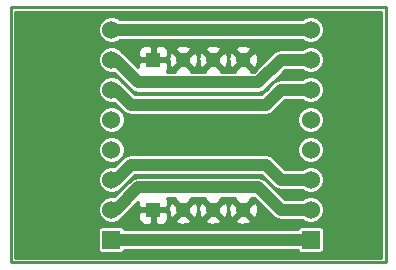
<source format=gbl>
G04 (created by PCBNEW-RS274X (20100406 SVN-R2509)-final) date Tue 04 May 2010 02:57:58 PM PDT*
G01*
G70*
G90*
%MOIN*%
G04 Gerber Fmt 3.4, Leading zero omitted, Abs format*
%FSLAX34Y34*%
G04 APERTURE LIST*
%ADD10C,0.001000*%
%ADD11C,0.009000*%
%ADD12R,0.060000X0.060000*%
%ADD13C,0.060000*%
%ADD14R,0.050000X0.050000*%
%ADD15C,0.050000*%
%ADD16C,0.040000*%
%ADD17C,0.010000*%
G04 APERTURE END LIST*
G54D10*
G54D11*
X64750Y-36750D02*
X52250Y-36750D01*
X64750Y-45250D02*
X64750Y-36750D01*
X52250Y-45250D02*
X64750Y-45250D01*
X52250Y-36750D02*
X52250Y-45250D01*
G54D12*
X62250Y-44500D03*
G54D13*
X62250Y-43500D03*
X62250Y-42500D03*
X62250Y-41500D03*
X62250Y-40500D03*
X62250Y-39500D03*
X62250Y-38500D03*
X62250Y-37500D03*
G54D12*
X55600Y-44500D03*
G54D13*
X55600Y-43500D03*
X55600Y-42500D03*
X55600Y-41500D03*
X55600Y-40500D03*
X55600Y-39500D03*
X55600Y-38500D03*
X55600Y-37500D03*
G54D14*
X57000Y-43500D03*
G54D15*
X58000Y-43500D03*
X59000Y-43500D03*
X60000Y-43500D03*
G54D14*
X57000Y-38500D03*
G54D15*
X58000Y-38500D03*
X59000Y-38500D03*
X60000Y-38500D03*
G54D16*
X55600Y-44500D02*
X62250Y-44500D01*
X55600Y-43500D02*
X55750Y-43500D01*
X61250Y-43500D02*
X62250Y-43500D01*
X60500Y-42750D02*
X61250Y-43500D01*
X56500Y-42750D02*
X60500Y-42750D01*
X55750Y-43500D02*
X56500Y-42750D01*
X55600Y-42500D02*
X55750Y-42500D01*
X61250Y-42500D02*
X62250Y-42500D01*
X60750Y-42000D02*
X61250Y-42500D01*
X56250Y-42000D02*
X60750Y-42000D01*
X55750Y-42500D02*
X56250Y-42000D01*
X55600Y-39500D02*
X55750Y-39500D01*
X61250Y-39500D02*
X62250Y-39500D01*
X60750Y-40000D02*
X61250Y-39500D01*
X56250Y-40000D02*
X60750Y-40000D01*
X55750Y-39500D02*
X56250Y-40000D01*
X55600Y-38500D02*
X55750Y-38500D01*
X61250Y-38500D02*
X62250Y-38500D01*
X60500Y-39250D02*
X61250Y-38500D01*
X56500Y-39250D02*
X60500Y-39250D01*
X55750Y-38500D02*
X56500Y-39250D01*
X55600Y-37500D02*
X62250Y-37500D01*
G54D17*
X52395Y-36895D02*
X64605Y-36895D01*
X52395Y-36975D02*
X64605Y-36975D01*
X52395Y-37055D02*
X55502Y-37055D01*
X55700Y-37055D02*
X62152Y-37055D01*
X62350Y-37055D02*
X64605Y-37055D01*
X52395Y-37135D02*
X55330Y-37135D01*
X55870Y-37135D02*
X61980Y-37135D01*
X62520Y-37135D02*
X64605Y-37135D01*
X52395Y-37215D02*
X55250Y-37215D01*
X62600Y-37215D02*
X64605Y-37215D01*
X52395Y-37295D02*
X55200Y-37295D01*
X62652Y-37295D02*
X64605Y-37295D01*
X52395Y-37375D02*
X55166Y-37375D01*
X62685Y-37375D02*
X64605Y-37375D01*
X52395Y-37455D02*
X55151Y-37455D01*
X62699Y-37455D02*
X64605Y-37455D01*
X52395Y-37535D02*
X55151Y-37535D01*
X62699Y-37535D02*
X64605Y-37535D01*
X52395Y-37615D02*
X55161Y-37615D01*
X62688Y-37615D02*
X64605Y-37615D01*
X52395Y-37695D02*
X55194Y-37695D01*
X62655Y-37695D02*
X64605Y-37695D01*
X52395Y-37775D02*
X55240Y-37775D01*
X62610Y-37775D02*
X64605Y-37775D01*
X52395Y-37855D02*
X55320Y-37855D01*
X55879Y-37855D02*
X61970Y-37855D01*
X62530Y-37855D02*
X64605Y-37855D01*
X52395Y-37935D02*
X55476Y-37935D01*
X55722Y-37935D02*
X62126Y-37935D01*
X62372Y-37935D02*
X64605Y-37935D01*
X52395Y-38015D02*
X56668Y-38015D01*
X56903Y-38015D02*
X57097Y-38015D01*
X57333Y-38015D02*
X57906Y-38015D01*
X58097Y-38015D02*
X58906Y-38015D01*
X59097Y-38015D02*
X59906Y-38015D01*
X60097Y-38015D02*
X64605Y-38015D01*
X52395Y-38095D02*
X55405Y-38095D01*
X55796Y-38095D02*
X56553Y-38095D01*
X56950Y-38095D02*
X57050Y-38095D01*
X57447Y-38095D02*
X57743Y-38095D01*
X58258Y-38095D02*
X58743Y-38095D01*
X59258Y-38095D02*
X59743Y-38095D01*
X60258Y-38095D02*
X62054Y-38095D01*
X62446Y-38095D02*
X64605Y-38095D01*
X52395Y-38175D02*
X55290Y-38175D01*
X55910Y-38175D02*
X56512Y-38175D01*
X56950Y-38175D02*
X57050Y-38175D01*
X57489Y-38175D02*
X57746Y-38175D01*
X58254Y-38175D02*
X58746Y-38175D01*
X59254Y-38175D02*
X59746Y-38175D01*
X60254Y-38175D02*
X61126Y-38175D01*
X62560Y-38175D02*
X64605Y-38175D01*
X52395Y-38255D02*
X55216Y-38255D01*
X55999Y-38255D02*
X56501Y-38255D01*
X56950Y-38255D02*
X57050Y-38255D01*
X57499Y-38255D02*
X57567Y-38255D01*
X57684Y-38255D02*
X57826Y-38255D01*
X58174Y-38255D02*
X58316Y-38255D01*
X58434Y-38255D02*
X58567Y-38255D01*
X58684Y-38255D02*
X58826Y-38255D01*
X59174Y-38255D02*
X59316Y-38255D01*
X59434Y-38255D02*
X59567Y-38255D01*
X59684Y-38255D02*
X59826Y-38255D01*
X60174Y-38255D02*
X60316Y-38255D01*
X60434Y-38255D02*
X61000Y-38255D01*
X62635Y-38255D02*
X64605Y-38255D01*
X52395Y-38335D02*
X55183Y-38335D01*
X56079Y-38335D02*
X56501Y-38335D01*
X56950Y-38335D02*
X57050Y-38335D01*
X57500Y-38335D02*
X57539Y-38335D01*
X57764Y-38335D02*
X57906Y-38335D01*
X58094Y-38335D02*
X58236Y-38335D01*
X58468Y-38335D02*
X58539Y-38335D01*
X58764Y-38335D02*
X58906Y-38335D01*
X59094Y-38335D02*
X59236Y-38335D01*
X59468Y-38335D02*
X59539Y-38335D01*
X59764Y-38335D02*
X59906Y-38335D01*
X60094Y-38335D02*
X60236Y-38335D01*
X60468Y-38335D02*
X60920Y-38335D01*
X62668Y-38335D02*
X64605Y-38335D01*
X52395Y-38415D02*
X55151Y-38415D01*
X56159Y-38415D02*
X56527Y-38415D01*
X56950Y-38415D02*
X57050Y-38415D01*
X57473Y-38415D02*
X57511Y-38415D01*
X57844Y-38415D02*
X57986Y-38415D01*
X58014Y-38415D02*
X58156Y-38415D01*
X58486Y-38415D02*
X58511Y-38415D01*
X58844Y-38415D02*
X58986Y-38415D01*
X59014Y-38415D02*
X59156Y-38415D01*
X59486Y-38415D02*
X59511Y-38415D01*
X59844Y-38415D02*
X59986Y-38415D01*
X60014Y-38415D02*
X60156Y-38415D01*
X60486Y-38415D02*
X60840Y-38415D01*
X62699Y-38415D02*
X64605Y-38415D01*
X52395Y-38495D02*
X55151Y-38495D01*
X56239Y-38495D02*
X57508Y-38495D01*
X57924Y-38495D02*
X58076Y-38495D01*
X58491Y-38495D02*
X58508Y-38495D01*
X58924Y-38495D02*
X59076Y-38495D01*
X59491Y-38495D02*
X59508Y-38495D01*
X59924Y-38495D02*
X60076Y-38495D01*
X60491Y-38495D02*
X60760Y-38495D01*
X62699Y-38495D02*
X64605Y-38495D01*
X52395Y-38575D02*
X55151Y-38575D01*
X56319Y-38575D02*
X56537Y-38575D01*
X57463Y-38575D02*
X57513Y-38575D01*
X57854Y-38575D02*
X57996Y-38575D01*
X58004Y-38575D02*
X58146Y-38575D01*
X58492Y-38575D02*
X58513Y-38575D01*
X58854Y-38575D02*
X58996Y-38575D01*
X59004Y-38575D02*
X59146Y-38575D01*
X59492Y-38575D02*
X59513Y-38575D01*
X59854Y-38575D02*
X59996Y-38575D01*
X60004Y-38575D02*
X60146Y-38575D01*
X60492Y-38575D02*
X60680Y-38575D01*
X62699Y-38575D02*
X64605Y-38575D01*
X52395Y-38655D02*
X55178Y-38655D01*
X56399Y-38655D02*
X56500Y-38655D01*
X57499Y-38655D02*
X57528Y-38655D01*
X57774Y-38655D02*
X57916Y-38655D01*
X58084Y-38655D02*
X58226Y-38655D01*
X58464Y-38655D02*
X58528Y-38655D01*
X58774Y-38655D02*
X58916Y-38655D01*
X59084Y-38655D02*
X59226Y-38655D01*
X59464Y-38655D02*
X59528Y-38655D01*
X59774Y-38655D02*
X59916Y-38655D01*
X60084Y-38655D02*
X60226Y-38655D01*
X60464Y-38655D02*
X60600Y-38655D01*
X62671Y-38655D02*
X64605Y-38655D01*
X52395Y-38735D02*
X55211Y-38735D01*
X56479Y-38735D02*
X56501Y-38735D01*
X57499Y-38735D02*
X57561Y-38735D01*
X57694Y-38735D02*
X57836Y-38735D01*
X58164Y-38735D02*
X58306Y-38735D01*
X58436Y-38735D02*
X58561Y-38735D01*
X58694Y-38735D02*
X58836Y-38735D01*
X59164Y-38735D02*
X59306Y-38735D01*
X59436Y-38735D02*
X59561Y-38735D01*
X59694Y-38735D02*
X59836Y-38735D01*
X60164Y-38735D02*
X60306Y-38735D01*
X60436Y-38735D02*
X60520Y-38735D01*
X62638Y-38735D02*
X64605Y-38735D01*
X52395Y-38815D02*
X55280Y-38815D01*
X57492Y-38815D02*
X57756Y-38815D01*
X58244Y-38815D02*
X58756Y-38815D01*
X59244Y-38815D02*
X59756Y-38815D01*
X60244Y-38815D02*
X60440Y-38815D01*
X62570Y-38815D02*
X64605Y-38815D01*
X52395Y-38895D02*
X55380Y-38895D01*
X57457Y-38895D02*
X57738Y-38895D01*
X58260Y-38895D02*
X58738Y-38895D01*
X59260Y-38895D02*
X59738Y-38895D01*
X60260Y-38895D02*
X60360Y-38895D01*
X61349Y-38895D02*
X62030Y-38895D01*
X62470Y-38895D02*
X64605Y-38895D01*
X52395Y-38975D02*
X55730Y-38975D01*
X61269Y-38975D02*
X64605Y-38975D01*
X52395Y-39055D02*
X55502Y-39055D01*
X55700Y-39055D02*
X55810Y-39055D01*
X61189Y-39055D02*
X62152Y-39055D01*
X62350Y-39055D02*
X64605Y-39055D01*
X52395Y-39135D02*
X55330Y-39135D01*
X55870Y-39135D02*
X55890Y-39135D01*
X61109Y-39135D02*
X61980Y-39135D01*
X62520Y-39135D02*
X64605Y-39135D01*
X52395Y-39215D02*
X55250Y-39215D01*
X55950Y-39215D02*
X55970Y-39215D01*
X61029Y-39215D02*
X61059Y-39215D01*
X62600Y-39215D02*
X64605Y-39215D01*
X52395Y-39295D02*
X55200Y-39295D01*
X56039Y-39295D02*
X56050Y-39295D01*
X60949Y-39295D02*
X60960Y-39295D01*
X62652Y-39295D02*
X64605Y-39295D01*
X52395Y-39375D02*
X55166Y-39375D01*
X56119Y-39375D02*
X56130Y-39375D01*
X60869Y-39375D02*
X60880Y-39375D01*
X62685Y-39375D02*
X64605Y-39375D01*
X52395Y-39455D02*
X55151Y-39455D01*
X56199Y-39455D02*
X56210Y-39455D01*
X60789Y-39455D02*
X60800Y-39455D01*
X62699Y-39455D02*
X64605Y-39455D01*
X52395Y-39535D02*
X55151Y-39535D01*
X56279Y-39535D02*
X56309Y-39535D01*
X60690Y-39535D02*
X60720Y-39535D01*
X62699Y-39535D02*
X64605Y-39535D01*
X52395Y-39615D02*
X55161Y-39615D01*
X56359Y-39615D02*
X60640Y-39615D01*
X62688Y-39615D02*
X64605Y-39615D01*
X52395Y-39695D02*
X55194Y-39695D01*
X62655Y-39695D02*
X64605Y-39695D01*
X52395Y-39775D02*
X55240Y-39775D01*
X62610Y-39775D02*
X64605Y-39775D01*
X52395Y-39855D02*
X55320Y-39855D01*
X61389Y-39855D02*
X61970Y-39855D01*
X62530Y-39855D02*
X64605Y-39855D01*
X52395Y-39935D02*
X55476Y-39935D01*
X61309Y-39935D02*
X62126Y-39935D01*
X62372Y-39935D02*
X64605Y-39935D01*
X52395Y-40015D02*
X55770Y-40015D01*
X61229Y-40015D02*
X64605Y-40015D01*
X52395Y-40095D02*
X55405Y-40095D01*
X55796Y-40095D02*
X55850Y-40095D01*
X61149Y-40095D02*
X62055Y-40095D01*
X62446Y-40095D02*
X64605Y-40095D01*
X52395Y-40175D02*
X55290Y-40175D01*
X55910Y-40175D02*
X55930Y-40175D01*
X61069Y-40175D02*
X61940Y-40175D01*
X62560Y-40175D02*
X64605Y-40175D01*
X52395Y-40255D02*
X55216Y-40255D01*
X55985Y-40255D02*
X56014Y-40255D01*
X60985Y-40255D02*
X61866Y-40255D01*
X62635Y-40255D02*
X64605Y-40255D01*
X52395Y-40335D02*
X55183Y-40335D01*
X56018Y-40335D02*
X56175Y-40335D01*
X60824Y-40335D02*
X61833Y-40335D01*
X62668Y-40335D02*
X64605Y-40335D01*
X52395Y-40415D02*
X55151Y-40415D01*
X56049Y-40415D02*
X61801Y-40415D01*
X62699Y-40415D02*
X64605Y-40415D01*
X52395Y-40495D02*
X55151Y-40495D01*
X56049Y-40495D02*
X61801Y-40495D01*
X62699Y-40495D02*
X64605Y-40495D01*
X52395Y-40575D02*
X55151Y-40575D01*
X56049Y-40575D02*
X61801Y-40575D01*
X62699Y-40575D02*
X64605Y-40575D01*
X52395Y-40655D02*
X55178Y-40655D01*
X56021Y-40655D02*
X61828Y-40655D01*
X62671Y-40655D02*
X64605Y-40655D01*
X52395Y-40735D02*
X55211Y-40735D01*
X55988Y-40735D02*
X61861Y-40735D01*
X62638Y-40735D02*
X64605Y-40735D01*
X52395Y-40815D02*
X55280Y-40815D01*
X55920Y-40815D02*
X61930Y-40815D01*
X62570Y-40815D02*
X64605Y-40815D01*
X52395Y-40895D02*
X55380Y-40895D01*
X55820Y-40895D02*
X62030Y-40895D01*
X62470Y-40895D02*
X64605Y-40895D01*
X52395Y-40975D02*
X64605Y-40975D01*
X52395Y-41055D02*
X55501Y-41055D01*
X55700Y-41055D02*
X62151Y-41055D01*
X62350Y-41055D02*
X64605Y-41055D01*
X52395Y-41135D02*
X55330Y-41135D01*
X55870Y-41135D02*
X61980Y-41135D01*
X62520Y-41135D02*
X64605Y-41135D01*
X52395Y-41215D02*
X55250Y-41215D01*
X55950Y-41215D02*
X61900Y-41215D01*
X62600Y-41215D02*
X64605Y-41215D01*
X52395Y-41295D02*
X55200Y-41295D01*
X56002Y-41295D02*
X61850Y-41295D01*
X62652Y-41295D02*
X64605Y-41295D01*
X52395Y-41375D02*
X55166Y-41375D01*
X56035Y-41375D02*
X61816Y-41375D01*
X62685Y-41375D02*
X64605Y-41375D01*
X52395Y-41455D02*
X55151Y-41455D01*
X56049Y-41455D02*
X61801Y-41455D01*
X62699Y-41455D02*
X64605Y-41455D01*
X52395Y-41535D02*
X55151Y-41535D01*
X56049Y-41535D02*
X61801Y-41535D01*
X62699Y-41535D02*
X64605Y-41535D01*
X52395Y-41615D02*
X55161Y-41615D01*
X56038Y-41615D02*
X61811Y-41615D01*
X62688Y-41615D02*
X64605Y-41615D01*
X52395Y-41695D02*
X55194Y-41695D01*
X56005Y-41695D02*
X56089Y-41695D01*
X60911Y-41695D02*
X61844Y-41695D01*
X62655Y-41695D02*
X64605Y-41695D01*
X52395Y-41775D02*
X55240Y-41775D01*
X55960Y-41775D02*
X55980Y-41775D01*
X61019Y-41775D02*
X61890Y-41775D01*
X62610Y-41775D02*
X64605Y-41775D01*
X52395Y-41855D02*
X55320Y-41855D01*
X55880Y-41855D02*
X55900Y-41855D01*
X61099Y-41855D02*
X61970Y-41855D01*
X62530Y-41855D02*
X64605Y-41855D01*
X52395Y-41935D02*
X55476Y-41935D01*
X55722Y-41935D02*
X55820Y-41935D01*
X61179Y-41935D02*
X62126Y-41935D01*
X62372Y-41935D02*
X64605Y-41935D01*
X52395Y-42015D02*
X55740Y-42015D01*
X61259Y-42015D02*
X64605Y-42015D01*
X52395Y-42095D02*
X55404Y-42095D01*
X61339Y-42095D02*
X62054Y-42095D01*
X62446Y-42095D02*
X64605Y-42095D01*
X52395Y-42175D02*
X55290Y-42175D01*
X62560Y-42175D02*
X64605Y-42175D01*
X52395Y-42255D02*
X55216Y-42255D01*
X62635Y-42255D02*
X64605Y-42255D01*
X52395Y-42335D02*
X55183Y-42335D01*
X62668Y-42335D02*
X64605Y-42335D01*
X52395Y-42415D02*
X55151Y-42415D01*
X56328Y-42415D02*
X56426Y-42415D01*
X60575Y-42415D02*
X60670Y-42415D01*
X62699Y-42415D02*
X64605Y-42415D01*
X52395Y-42495D02*
X55151Y-42495D01*
X56248Y-42495D02*
X56264Y-42495D01*
X60736Y-42495D02*
X60750Y-42495D01*
X62699Y-42495D02*
X64605Y-42495D01*
X52395Y-42575D02*
X55151Y-42575D01*
X56168Y-42575D02*
X56180Y-42575D01*
X60819Y-42575D02*
X60830Y-42575D01*
X62699Y-42575D02*
X64605Y-42575D01*
X52395Y-42655D02*
X55178Y-42655D01*
X56088Y-42655D02*
X56100Y-42655D01*
X60899Y-42655D02*
X60910Y-42655D01*
X62671Y-42655D02*
X64605Y-42655D01*
X52395Y-42735D02*
X55211Y-42735D01*
X56008Y-42735D02*
X56020Y-42735D01*
X60979Y-42735D02*
X60990Y-42735D01*
X62638Y-42735D02*
X64605Y-42735D01*
X52395Y-42815D02*
X55280Y-42815D01*
X55919Y-42815D02*
X55940Y-42815D01*
X61059Y-42815D02*
X61104Y-42815D01*
X62570Y-42815D02*
X64605Y-42815D01*
X52395Y-42895D02*
X55380Y-42895D01*
X55820Y-42895D02*
X55860Y-42895D01*
X61139Y-42895D02*
X62030Y-42895D01*
X62470Y-42895D02*
X64605Y-42895D01*
X52395Y-42975D02*
X55780Y-42975D01*
X61219Y-42975D02*
X64605Y-42975D01*
X52395Y-43055D02*
X55502Y-43055D01*
X61299Y-43055D02*
X62151Y-43055D01*
X62350Y-43055D02*
X64605Y-43055D01*
X52395Y-43135D02*
X55330Y-43135D01*
X57472Y-43135D02*
X57733Y-43135D01*
X58267Y-43135D02*
X58733Y-43135D01*
X59267Y-43135D02*
X59733Y-43135D01*
X60267Y-43135D02*
X60390Y-43135D01*
X61379Y-43135D02*
X61980Y-43135D01*
X62520Y-43135D02*
X64605Y-43135D01*
X52395Y-43215D02*
X55250Y-43215D01*
X57499Y-43215D02*
X57786Y-43215D01*
X58214Y-43215D02*
X58786Y-43215D01*
X59214Y-43215D02*
X59786Y-43215D01*
X60214Y-43215D02*
X60470Y-43215D01*
X62600Y-43215D02*
X64605Y-43215D01*
X52395Y-43295D02*
X55200Y-43295D01*
X56449Y-43295D02*
X56501Y-43295D01*
X57499Y-43295D02*
X57553Y-43295D01*
X57724Y-43295D02*
X57866Y-43295D01*
X58134Y-43295D02*
X58276Y-43295D01*
X58451Y-43295D02*
X58553Y-43295D01*
X58724Y-43295D02*
X58866Y-43295D01*
X59134Y-43295D02*
X59276Y-43295D01*
X59451Y-43295D02*
X59553Y-43295D01*
X59724Y-43295D02*
X59866Y-43295D01*
X60134Y-43295D02*
X60276Y-43295D01*
X60451Y-43295D02*
X60550Y-43295D01*
X62652Y-43295D02*
X64605Y-43295D01*
X52395Y-43375D02*
X55166Y-43375D01*
X56369Y-43375D02*
X56501Y-43375D01*
X57500Y-43375D02*
X57525Y-43375D01*
X57804Y-43375D02*
X57946Y-43375D01*
X58054Y-43375D02*
X58196Y-43375D01*
X58484Y-43375D02*
X58525Y-43375D01*
X58804Y-43375D02*
X58946Y-43375D01*
X59054Y-43375D02*
X59196Y-43375D01*
X59484Y-43375D02*
X59525Y-43375D01*
X59804Y-43375D02*
X59946Y-43375D01*
X60054Y-43375D02*
X60196Y-43375D01*
X60484Y-43375D02*
X60630Y-43375D01*
X62685Y-43375D02*
X64605Y-43375D01*
X52395Y-43455D02*
X55151Y-43455D01*
X56289Y-43455D02*
X57506Y-43455D01*
X57884Y-43455D02*
X58116Y-43455D01*
X58489Y-43455D02*
X58506Y-43455D01*
X58884Y-43455D02*
X59116Y-43455D01*
X59489Y-43455D02*
X59506Y-43455D01*
X59884Y-43455D02*
X60116Y-43455D01*
X60489Y-43455D02*
X60710Y-43455D01*
X62699Y-43455D02*
X64605Y-43455D01*
X52395Y-43535D02*
X55151Y-43535D01*
X56209Y-43535D02*
X57511Y-43535D01*
X57894Y-43535D02*
X58106Y-43535D01*
X58493Y-43535D02*
X58511Y-43535D01*
X58894Y-43535D02*
X59106Y-43535D01*
X59493Y-43535D02*
X59511Y-43535D01*
X59894Y-43535D02*
X60106Y-43535D01*
X60493Y-43535D02*
X60790Y-43535D01*
X62699Y-43535D02*
X64605Y-43535D01*
X52395Y-43615D02*
X55161Y-43615D01*
X56129Y-43615D02*
X56500Y-43615D01*
X56950Y-43615D02*
X57050Y-43615D01*
X57499Y-43615D02*
X57516Y-43615D01*
X57814Y-43615D02*
X57956Y-43615D01*
X58044Y-43615D02*
X58186Y-43615D01*
X58478Y-43615D02*
X58516Y-43615D01*
X58814Y-43615D02*
X58956Y-43615D01*
X59044Y-43615D02*
X59186Y-43615D01*
X59478Y-43615D02*
X59516Y-43615D01*
X59814Y-43615D02*
X59956Y-43615D01*
X60044Y-43615D02*
X60186Y-43615D01*
X60478Y-43615D02*
X60870Y-43615D01*
X62688Y-43615D02*
X64605Y-43615D01*
X52395Y-43695D02*
X55194Y-43695D01*
X56049Y-43695D02*
X56500Y-43695D01*
X56950Y-43695D02*
X57050Y-43695D01*
X57499Y-43695D02*
X57545Y-43695D01*
X57734Y-43695D02*
X57876Y-43695D01*
X58124Y-43695D02*
X58266Y-43695D01*
X58450Y-43695D02*
X58545Y-43695D01*
X58734Y-43695D02*
X58876Y-43695D01*
X59124Y-43695D02*
X59266Y-43695D01*
X59450Y-43695D02*
X59545Y-43695D01*
X59734Y-43695D02*
X59876Y-43695D01*
X60124Y-43695D02*
X60266Y-43695D01*
X60450Y-43695D02*
X60950Y-43695D01*
X62655Y-43695D02*
X64605Y-43695D01*
X52395Y-43775D02*
X55240Y-43775D01*
X55959Y-43775D02*
X56501Y-43775D01*
X56950Y-43775D02*
X57050Y-43775D01*
X57499Y-43775D02*
X57796Y-43775D01*
X58204Y-43775D02*
X58796Y-43775D01*
X59204Y-43775D02*
X59796Y-43775D01*
X60204Y-43775D02*
X61044Y-43775D01*
X62610Y-43775D02*
X64605Y-43775D01*
X52395Y-43855D02*
X55320Y-43855D01*
X55879Y-43855D02*
X56523Y-43855D01*
X56950Y-43855D02*
X57050Y-43855D01*
X57476Y-43855D02*
X57730Y-43855D01*
X58269Y-43855D02*
X58730Y-43855D01*
X59269Y-43855D02*
X59730Y-43855D01*
X60269Y-43855D02*
X61970Y-43855D01*
X62530Y-43855D02*
X64605Y-43855D01*
X52395Y-43935D02*
X55476Y-43935D01*
X55722Y-43935D02*
X56583Y-43935D01*
X56950Y-43935D02*
X57050Y-43935D01*
X57417Y-43935D02*
X57759Y-43935D01*
X58242Y-43935D02*
X58759Y-43935D01*
X59242Y-43935D02*
X59759Y-43935D01*
X60242Y-43935D02*
X62126Y-43935D01*
X62372Y-43935D02*
X64605Y-43935D01*
X52395Y-44015D02*
X64605Y-44015D01*
X52395Y-44095D02*
X55194Y-44095D01*
X56006Y-44095D02*
X61844Y-44095D01*
X62656Y-44095D02*
X64605Y-44095D01*
X52395Y-44175D02*
X55151Y-44175D01*
X62699Y-44175D02*
X64605Y-44175D01*
X52395Y-44255D02*
X55151Y-44255D01*
X62699Y-44255D02*
X64605Y-44255D01*
X52395Y-44335D02*
X55151Y-44335D01*
X62699Y-44335D02*
X64605Y-44335D01*
X52395Y-44415D02*
X55151Y-44415D01*
X62699Y-44415D02*
X64605Y-44415D01*
X52395Y-44495D02*
X55151Y-44495D01*
X62699Y-44495D02*
X64605Y-44495D01*
X52395Y-44575D02*
X55151Y-44575D01*
X62699Y-44575D02*
X64605Y-44575D01*
X52395Y-44655D02*
X55151Y-44655D01*
X62699Y-44655D02*
X64605Y-44655D01*
X52395Y-44735D02*
X55151Y-44735D01*
X62699Y-44735D02*
X64605Y-44735D01*
X52395Y-44815D02*
X55151Y-44815D01*
X62699Y-44815D02*
X64605Y-44815D01*
X52395Y-44895D02*
X55184Y-44895D01*
X56016Y-44895D02*
X61834Y-44895D01*
X62666Y-44895D02*
X64605Y-44895D01*
X52395Y-44975D02*
X64605Y-44975D01*
X52395Y-45055D02*
X64605Y-45055D01*
X64605Y-45105D02*
X64605Y-36895D01*
X52395Y-36895D01*
X52395Y-45105D01*
X61921Y-45105D01*
X61921Y-44949D01*
X61866Y-44927D01*
X61824Y-44885D01*
X61809Y-44850D01*
X56040Y-44850D01*
X56027Y-44884D01*
X55985Y-44926D01*
X55930Y-44949D01*
X55271Y-44949D01*
X55216Y-44927D01*
X55174Y-44885D01*
X55151Y-44830D01*
X55151Y-44171D01*
X55173Y-44116D01*
X55215Y-44074D01*
X55270Y-44051D01*
X55929Y-44051D01*
X55984Y-44073D01*
X56026Y-44115D01*
X56040Y-44150D01*
X56888Y-44150D01*
X56888Y-44000D01*
X56701Y-43999D01*
X56609Y-43961D01*
X56539Y-43891D01*
X56501Y-43800D01*
X56501Y-43701D01*
X56500Y-43612D01*
X56562Y-43550D01*
X56950Y-43550D01*
X56950Y-43938D01*
X56888Y-44000D01*
X56888Y-44150D01*
X57112Y-44150D01*
X57112Y-44000D01*
X57050Y-43938D01*
X57050Y-43550D01*
X57438Y-43550D01*
X57500Y-43612D01*
X57499Y-43701D01*
X57499Y-43800D01*
X57461Y-43891D01*
X57391Y-43961D01*
X57299Y-43999D01*
X57112Y-44000D01*
X57112Y-44150D01*
X57657Y-44150D01*
X57657Y-43772D01*
X57569Y-43752D01*
X57517Y-43627D01*
X57505Y-43432D01*
X57569Y-43248D01*
X57657Y-43228D01*
X57929Y-43500D01*
X57657Y-43772D01*
X57657Y-44150D01*
X57932Y-44150D01*
X57932Y-43995D01*
X57748Y-43931D01*
X57728Y-43843D01*
X58000Y-43571D01*
X58272Y-43843D01*
X58252Y-43931D01*
X58127Y-43983D01*
X57932Y-43995D01*
X57932Y-44150D01*
X58343Y-44150D01*
X58343Y-43772D01*
X58071Y-43500D01*
X58343Y-43228D01*
X58431Y-43248D01*
X58483Y-43373D01*
X58495Y-43568D01*
X58431Y-43752D01*
X58343Y-43772D01*
X58343Y-44150D01*
X58657Y-44150D01*
X58657Y-43772D01*
X58569Y-43752D01*
X58517Y-43627D01*
X58505Y-43432D01*
X58569Y-43248D01*
X58657Y-43228D01*
X58929Y-43500D01*
X58657Y-43772D01*
X58657Y-44150D01*
X58932Y-44150D01*
X58932Y-43995D01*
X58748Y-43931D01*
X58728Y-43843D01*
X59000Y-43571D01*
X59272Y-43843D01*
X59252Y-43931D01*
X59127Y-43983D01*
X58932Y-43995D01*
X58932Y-44150D01*
X59343Y-44150D01*
X59343Y-43772D01*
X59071Y-43500D01*
X59343Y-43228D01*
X59431Y-43248D01*
X59483Y-43373D01*
X59495Y-43568D01*
X59431Y-43752D01*
X59343Y-43772D01*
X59343Y-44150D01*
X59657Y-44150D01*
X59657Y-43772D01*
X59569Y-43752D01*
X59517Y-43627D01*
X59505Y-43432D01*
X59569Y-43248D01*
X59657Y-43228D01*
X59929Y-43500D01*
X59657Y-43772D01*
X59657Y-44150D01*
X59932Y-44150D01*
X59932Y-43995D01*
X59748Y-43931D01*
X59728Y-43843D01*
X60000Y-43571D01*
X60272Y-43843D01*
X60252Y-43931D01*
X60127Y-43983D01*
X59932Y-43995D01*
X59932Y-44150D01*
X60343Y-44150D01*
X60343Y-43772D01*
X60071Y-43500D01*
X60343Y-43228D01*
X60431Y-43248D01*
X60483Y-43373D01*
X60495Y-43568D01*
X60431Y-43752D01*
X60343Y-43772D01*
X60343Y-44150D01*
X61809Y-44150D01*
X61823Y-44116D01*
X61865Y-44074D01*
X61920Y-44051D01*
X62160Y-44051D01*
X62160Y-43949D01*
X61995Y-43880D01*
X61965Y-43849D01*
X61250Y-43850D01*
X61116Y-43823D01*
X61002Y-43747D01*
X60355Y-43100D01*
X60259Y-43100D01*
X60272Y-43157D01*
X60000Y-43429D01*
X59728Y-43157D01*
X59740Y-43100D01*
X59259Y-43100D01*
X59272Y-43157D01*
X59000Y-43429D01*
X58728Y-43157D01*
X58740Y-43100D01*
X58259Y-43100D01*
X58272Y-43157D01*
X58000Y-43429D01*
X57728Y-43157D01*
X57740Y-43100D01*
X57452Y-43099D01*
X57461Y-43109D01*
X57499Y-43200D01*
X57499Y-43299D01*
X57500Y-43388D01*
X57438Y-43450D01*
X57050Y-43450D01*
X56950Y-43450D01*
X56562Y-43450D01*
X56500Y-43388D01*
X56501Y-43299D01*
X56501Y-43243D01*
X55997Y-43747D01*
X55969Y-43765D01*
X55854Y-43881D01*
X55689Y-43949D01*
X55510Y-43949D01*
X55345Y-43880D01*
X55219Y-43754D01*
X55151Y-43589D01*
X55151Y-43410D01*
X55220Y-43245D01*
X55346Y-43119D01*
X55511Y-43051D01*
X55690Y-43051D01*
X55700Y-43055D01*
X56252Y-42503D01*
X56366Y-42427D01*
X56500Y-42400D01*
X60500Y-42400D01*
X60634Y-42427D01*
X60747Y-42503D01*
X61394Y-43150D01*
X61965Y-43150D01*
X61996Y-43119D01*
X62160Y-43051D01*
X62160Y-42949D01*
X61995Y-42880D01*
X61964Y-42849D01*
X61250Y-42850D01*
X61116Y-42823D01*
X61002Y-42747D01*
X60605Y-42350D01*
X56394Y-42349D01*
X55997Y-42747D01*
X55969Y-42765D01*
X55854Y-42881D01*
X55689Y-42949D01*
X55510Y-42949D01*
X55345Y-42880D01*
X55219Y-42754D01*
X55151Y-42589D01*
X55151Y-42410D01*
X55220Y-42245D01*
X55346Y-42119D01*
X55510Y-42051D01*
X55510Y-41949D01*
X55345Y-41880D01*
X55219Y-41754D01*
X55151Y-41589D01*
X55151Y-41410D01*
X55220Y-41245D01*
X55346Y-41119D01*
X55510Y-41051D01*
X55510Y-40949D01*
X55345Y-40880D01*
X55219Y-40754D01*
X55151Y-40589D01*
X55151Y-40410D01*
X55220Y-40245D01*
X55346Y-40119D01*
X55511Y-40051D01*
X55690Y-40051D01*
X55855Y-40120D01*
X55981Y-40246D01*
X56049Y-40411D01*
X56049Y-40590D01*
X55980Y-40755D01*
X55854Y-40881D01*
X55689Y-40949D01*
X55510Y-40949D01*
X55510Y-41051D01*
X55690Y-41051D01*
X55855Y-41120D01*
X55981Y-41246D01*
X56049Y-41411D01*
X56049Y-41590D01*
X55980Y-41755D01*
X55854Y-41881D01*
X55689Y-41949D01*
X55510Y-41949D01*
X55510Y-42051D01*
X55690Y-42051D01*
X55700Y-42055D01*
X56002Y-41753D01*
X56116Y-41677D01*
X56250Y-41650D01*
X56250Y-40350D01*
X56116Y-40323D01*
X56002Y-40247D01*
X55700Y-39944D01*
X55689Y-39949D01*
X55510Y-39949D01*
X55345Y-39880D01*
X55219Y-39754D01*
X55151Y-39589D01*
X55151Y-39410D01*
X55220Y-39245D01*
X55346Y-39119D01*
X55511Y-39051D01*
X55690Y-39051D01*
X55855Y-39120D01*
X55969Y-39234D01*
X55997Y-39253D01*
X56394Y-39650D01*
X56500Y-39650D01*
X56500Y-39600D01*
X56366Y-39573D01*
X56252Y-39497D01*
X55700Y-38944D01*
X55689Y-38949D01*
X55510Y-38949D01*
X55345Y-38880D01*
X55219Y-38754D01*
X55151Y-38589D01*
X55151Y-38410D01*
X55220Y-38245D01*
X55346Y-38119D01*
X55511Y-38051D01*
X55690Y-38051D01*
X55855Y-38120D01*
X55969Y-38234D01*
X55997Y-38253D01*
X56501Y-38757D01*
X56501Y-38701D01*
X56500Y-38612D01*
X56562Y-38550D01*
X56562Y-38450D01*
X56500Y-38388D01*
X56501Y-38299D01*
X56501Y-38200D01*
X56539Y-38109D01*
X56609Y-38039D01*
X56701Y-38001D01*
X56888Y-38000D01*
X56950Y-38062D01*
X56950Y-38450D01*
X56562Y-38450D01*
X56562Y-38550D01*
X56950Y-38550D01*
X57050Y-38550D01*
X57050Y-38450D01*
X57050Y-38062D01*
X57112Y-38000D01*
X57299Y-38001D01*
X57391Y-38039D01*
X57461Y-38109D01*
X57499Y-38200D01*
X57499Y-38299D01*
X57500Y-38388D01*
X57438Y-38450D01*
X57050Y-38450D01*
X57050Y-38550D01*
X57438Y-38550D01*
X57500Y-38612D01*
X57499Y-38701D01*
X57499Y-38800D01*
X57461Y-38891D01*
X57452Y-38900D01*
X57657Y-38900D01*
X57657Y-38772D01*
X57569Y-38752D01*
X57517Y-38627D01*
X57505Y-38432D01*
X57569Y-38248D01*
X57657Y-38228D01*
X57929Y-38500D01*
X57657Y-38772D01*
X57657Y-38900D01*
X57740Y-38900D01*
X57728Y-38843D01*
X58000Y-38571D01*
X58000Y-38429D01*
X57728Y-38157D01*
X57748Y-38069D01*
X57873Y-38017D01*
X58068Y-38005D01*
X58252Y-38069D01*
X58272Y-38157D01*
X58000Y-38429D01*
X58000Y-38571D01*
X58272Y-38843D01*
X58259Y-38900D01*
X58343Y-38900D01*
X58343Y-38772D01*
X58071Y-38500D01*
X58343Y-38228D01*
X58431Y-38248D01*
X58483Y-38373D01*
X58495Y-38568D01*
X58431Y-38752D01*
X58343Y-38772D01*
X58343Y-38900D01*
X58657Y-38900D01*
X58657Y-38772D01*
X58569Y-38752D01*
X58517Y-38627D01*
X58505Y-38432D01*
X58569Y-38248D01*
X58657Y-38228D01*
X58929Y-38500D01*
X58657Y-38772D01*
X58657Y-38900D01*
X58740Y-38900D01*
X58728Y-38843D01*
X59000Y-38571D01*
X59000Y-38429D01*
X58728Y-38157D01*
X58748Y-38069D01*
X58873Y-38017D01*
X59068Y-38005D01*
X59252Y-38069D01*
X59272Y-38157D01*
X59000Y-38429D01*
X59000Y-38571D01*
X59272Y-38843D01*
X59259Y-38900D01*
X59343Y-38900D01*
X59343Y-38772D01*
X59071Y-38500D01*
X59343Y-38228D01*
X59431Y-38248D01*
X59483Y-38373D01*
X59495Y-38568D01*
X59431Y-38752D01*
X59343Y-38772D01*
X59343Y-38900D01*
X59657Y-38900D01*
X59657Y-38772D01*
X59569Y-38752D01*
X59517Y-38627D01*
X59505Y-38432D01*
X59569Y-38248D01*
X59657Y-38228D01*
X59929Y-38500D01*
X59657Y-38772D01*
X59657Y-38900D01*
X59740Y-38900D01*
X59728Y-38843D01*
X60000Y-38571D01*
X60000Y-38429D01*
X59728Y-38157D01*
X59748Y-38069D01*
X59873Y-38017D01*
X60068Y-38005D01*
X60252Y-38069D01*
X60272Y-38157D01*
X60000Y-38429D01*
X60000Y-38571D01*
X60272Y-38843D01*
X60259Y-38900D01*
X60343Y-38900D01*
X60343Y-38772D01*
X60071Y-38500D01*
X60343Y-38228D01*
X60431Y-38248D01*
X60483Y-38373D01*
X60495Y-38568D01*
X60431Y-38752D01*
X60343Y-38772D01*
X60343Y-38900D01*
X60355Y-38900D01*
X61002Y-38253D01*
X61116Y-38177D01*
X61250Y-38150D01*
X61965Y-38150D01*
X61996Y-38119D01*
X62160Y-38051D01*
X62160Y-37949D01*
X61995Y-37880D01*
X61965Y-37850D01*
X55884Y-37850D01*
X55854Y-37881D01*
X55689Y-37949D01*
X55510Y-37949D01*
X55345Y-37880D01*
X55219Y-37754D01*
X55151Y-37589D01*
X55151Y-37410D01*
X55220Y-37245D01*
X55346Y-37119D01*
X55511Y-37051D01*
X55690Y-37051D01*
X55855Y-37120D01*
X55885Y-37150D01*
X61964Y-37150D01*
X61996Y-37119D01*
X62161Y-37051D01*
X62340Y-37051D01*
X62505Y-37120D01*
X62631Y-37246D01*
X62699Y-37411D01*
X62699Y-37590D01*
X62630Y-37755D01*
X62504Y-37881D01*
X62339Y-37949D01*
X62160Y-37949D01*
X62160Y-38051D01*
X62340Y-38051D01*
X62505Y-38120D01*
X62631Y-38246D01*
X62699Y-38411D01*
X62699Y-38590D01*
X62630Y-38755D01*
X62504Y-38881D01*
X62339Y-38949D01*
X62160Y-38949D01*
X61995Y-38880D01*
X61965Y-38849D01*
X61394Y-38850D01*
X60747Y-39497D01*
X60634Y-39573D01*
X60500Y-39600D01*
X56500Y-39600D01*
X56500Y-39650D01*
X60605Y-39650D01*
X61002Y-39253D01*
X61116Y-39177D01*
X61250Y-39150D01*
X61965Y-39150D01*
X61996Y-39119D01*
X62161Y-39051D01*
X62340Y-39051D01*
X62505Y-39120D01*
X62631Y-39246D01*
X62699Y-39411D01*
X62699Y-39590D01*
X62630Y-39755D01*
X62504Y-39881D01*
X62339Y-39949D01*
X62160Y-39949D01*
X61995Y-39880D01*
X61964Y-39849D01*
X61394Y-39850D01*
X60997Y-40247D01*
X60884Y-40323D01*
X60750Y-40350D01*
X56250Y-40350D01*
X56250Y-41650D01*
X60750Y-41650D01*
X60884Y-41677D01*
X60997Y-41753D01*
X61394Y-42150D01*
X61964Y-42150D01*
X61996Y-42119D01*
X62160Y-42051D01*
X62160Y-41949D01*
X61995Y-41880D01*
X61869Y-41754D01*
X61801Y-41589D01*
X61801Y-41410D01*
X61870Y-41245D01*
X61996Y-41119D01*
X62160Y-41051D01*
X62160Y-40949D01*
X61995Y-40880D01*
X61869Y-40754D01*
X61801Y-40589D01*
X61801Y-40410D01*
X61870Y-40245D01*
X61996Y-40119D01*
X62161Y-40051D01*
X62340Y-40051D01*
X62505Y-40120D01*
X62631Y-40246D01*
X62699Y-40411D01*
X62699Y-40590D01*
X62630Y-40755D01*
X62504Y-40881D01*
X62339Y-40949D01*
X62160Y-40949D01*
X62160Y-41051D01*
X62340Y-41051D01*
X62505Y-41120D01*
X62631Y-41246D01*
X62699Y-41411D01*
X62699Y-41590D01*
X62630Y-41755D01*
X62504Y-41881D01*
X62339Y-41949D01*
X62160Y-41949D01*
X62160Y-42051D01*
X62340Y-42051D01*
X62505Y-42120D01*
X62631Y-42246D01*
X62699Y-42411D01*
X62699Y-42590D01*
X62630Y-42755D01*
X62504Y-42881D01*
X62339Y-42949D01*
X62160Y-42949D01*
X62160Y-43051D01*
X62340Y-43051D01*
X62505Y-43120D01*
X62631Y-43246D01*
X62699Y-43411D01*
X62699Y-43590D01*
X62630Y-43755D01*
X62504Y-43881D01*
X62339Y-43949D01*
X62160Y-43949D01*
X62160Y-44051D01*
X62579Y-44051D01*
X62634Y-44073D01*
X62676Y-44115D01*
X62699Y-44170D01*
X62699Y-44829D01*
X62677Y-44884D01*
X62635Y-44926D01*
X62580Y-44949D01*
X61921Y-44949D01*
X61921Y-45105D01*
X64605Y-45105D01*
M02*

</source>
